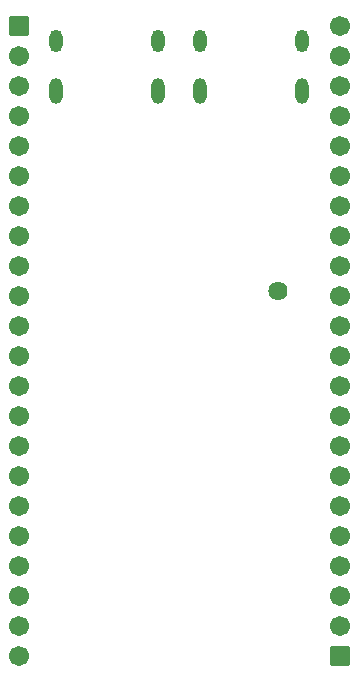
<source format=gbs>
G04 Layer: BottomSolderMaskLayer*
G04 EasyEDA Pro v2.2.45.4, 2026-01-02 03:19:05*
G04 Gerber Generator version 0.3*
G04 Scale: 100 percent, Rotated: No, Reflected: No*
G04 Dimensions in millimeters*
G04 Leading zeros omitted, absolute positions, 4 integers and 5 decimals*
G04 Generated by one-click*
%FSLAX45Y45*%
%MOMM*%
%AMRoundRect*1,1,$1,$2,$3*1,1,$1,$4,$5*1,1,$1,0-$2,0-$3*1,1,$1,0-$4,0-$5*20,1,$1,$2,$3,$4,$5,0*20,1,$1,$4,$5,0-$2,0-$3,0*20,1,$1,0-$2,0-$3,0-$4,0-$5,0*20,1,$1,0-$4,0-$5,$2,$3,0*4,1,4,$2,$3,$4,$5,0-$2,0-$3,0-$4,0-$5,$2,$3,0*%
%ADD10RoundRect,0.09588X-0.80286X-0.80286X-0.80286X0.80286*%
%ADD11C,1.7016*%
%ADD12O,1.1016X1.9016*%
%ADD13O,1.1016X2.2016*%
%ADD14C,1.6256*%
%ADD15C,0.1102*%
G75*


G04 Pad Start*
G54D10*
G01X2857500Y139700D03*
G54D11*
G01X2857500Y393700D03*
G01X2857500Y647700D03*
G01X2857500Y901700D03*
G01X2857500Y1155700D03*
G01X2857500Y1409700D03*
G01X2857500Y1663700D03*
G01X2857500Y1917700D03*
G01X2857500Y2171700D03*
G01X2857500Y2425700D03*
G01X2857500Y2679700D03*
G01X2857500Y2933700D03*
G01X2857500Y3187700D03*
G01X2857500Y3441700D03*
G01X2857500Y3695700D03*
G01X2857500Y3949700D03*
G01X2857500Y4203700D03*
G01X2857500Y4457700D03*
G01X2857500Y4711700D03*
G01X2857500Y4965700D03*
G01X2857500Y5219700D03*
G01X2857500Y5473700D03*
G54D10*
G01X139700Y5473700D03*
G54D11*
G01X139700Y5219700D03*
G01X139700Y4965700D03*
G01X139700Y4711700D03*
G01X139700Y4457700D03*
G01X139700Y4203700D03*
G01X139700Y3949700D03*
G01X139700Y3695700D03*
G01X139700Y3441700D03*
G01X139700Y3187700D03*
G01X139700Y2933700D03*
G01X139700Y2679700D03*
G01X139700Y2425700D03*
G01X139700Y2171700D03*
G01X139700Y1917700D03*
G01X139700Y1663700D03*
G01X139700Y1409700D03*
G01X139700Y1155700D03*
G01X139700Y901700D03*
G01X139700Y647700D03*
G01X139700Y393700D03*
G01X139700Y139700D03*
G54D12*
G01X1320991Y5342636D03*
G54D13*
G01X1320991Y4924628D03*
G01X457010Y4924628D03*
G54D12*
G01X457010Y5342636D03*
G01X2540191Y5342636D03*
G54D13*
G01X2540191Y4924628D03*
G01X1676210Y4924628D03*
G54D12*
G01X1676210Y5342636D03*
G54D14*
G01X2336800Y3225800D03*
G04 Pad End*

M02*


</source>
